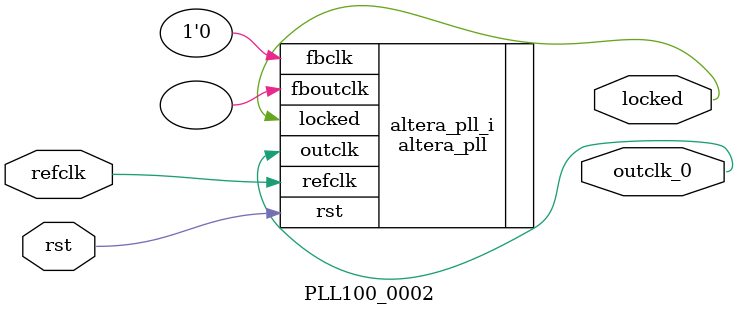
<source format=v>
`timescale 1ns/10ps
module  PLL100_0002(

	// interface 'refclk'
	input wire refclk,

	// interface 'reset'
	input wire rst,

	// interface 'outclk0'
	output wire outclk_0,

	// interface 'locked'
	output wire locked
);

	altera_pll #(
		.fractional_vco_multiplier("false"),
		.reference_clock_frequency("50.0 MHz"),
		.operation_mode("direct"),
		.number_of_clocks(1),
		.output_clock_frequency0("100.000000 MHz"),
		.phase_shift0("0 ps"),
		.duty_cycle0(50),
		.output_clock_frequency1("0 MHz"),
		.phase_shift1("0 ps"),
		.duty_cycle1(50),
		.output_clock_frequency2("0 MHz"),
		.phase_shift2("0 ps"),
		.duty_cycle2(50),
		.output_clock_frequency3("0 MHz"),
		.phase_shift3("0 ps"),
		.duty_cycle3(50),
		.output_clock_frequency4("0 MHz"),
		.phase_shift4("0 ps"),
		.duty_cycle4(50),
		.output_clock_frequency5("0 MHz"),
		.phase_shift5("0 ps"),
		.duty_cycle5(50),
		.output_clock_frequency6("0 MHz"),
		.phase_shift6("0 ps"),
		.duty_cycle6(50),
		.output_clock_frequency7("0 MHz"),
		.phase_shift7("0 ps"),
		.duty_cycle7(50),
		.output_clock_frequency8("0 MHz"),
		.phase_shift8("0 ps"),
		.duty_cycle8(50),
		.output_clock_frequency9("0 MHz"),
		.phase_shift9("0 ps"),
		.duty_cycle9(50),
		.output_clock_frequency10("0 MHz"),
		.phase_shift10("0 ps"),
		.duty_cycle10(50),
		.output_clock_frequency11("0 MHz"),
		.phase_shift11("0 ps"),
		.duty_cycle11(50),
		.output_clock_frequency12("0 MHz"),
		.phase_shift12("0 ps"),
		.duty_cycle12(50),
		.output_clock_frequency13("0 MHz"),
		.phase_shift13("0 ps"),
		.duty_cycle13(50),
		.output_clock_frequency14("0 MHz"),
		.phase_shift14("0 ps"),
		.duty_cycle14(50),
		.output_clock_frequency15("0 MHz"),
		.phase_shift15("0 ps"),
		.duty_cycle15(50),
		.output_clock_frequency16("0 MHz"),
		.phase_shift16("0 ps"),
		.duty_cycle16(50),
		.output_clock_frequency17("0 MHz"),
		.phase_shift17("0 ps"),
		.duty_cycle17(50),
		.pll_type("General"),
		.pll_subtype("General")
	) altera_pll_i (
		.rst	(rst),
		.outclk	({outclk_0}),
		.locked	(locked),
		.fboutclk	( ),
		.fbclk	(1'b0),
		.refclk	(refclk)
	);
endmodule


</source>
